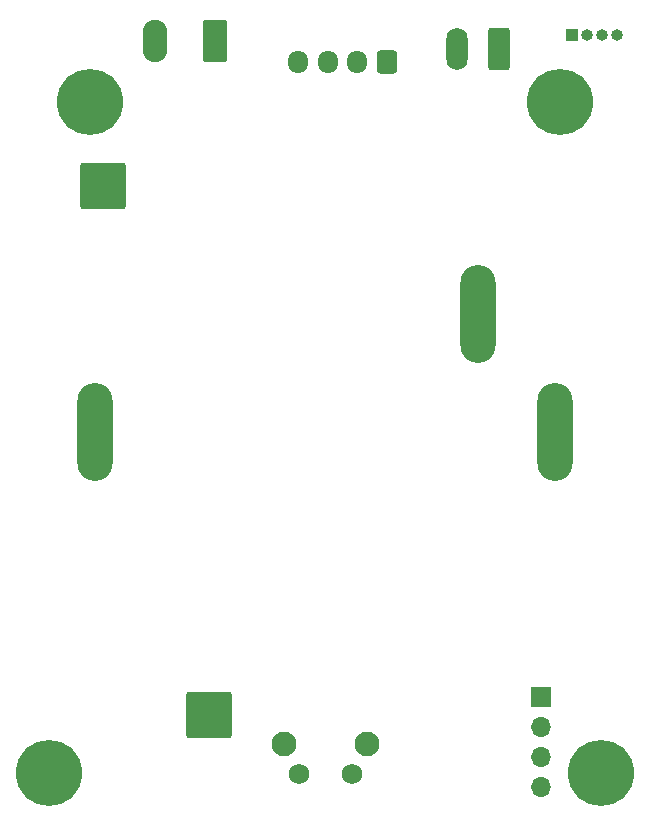
<source format=gbr>
%TF.GenerationSoftware,KiCad,Pcbnew,8.0.7*%
%TF.CreationDate,2025-01-15T16:40:06+01:00*%
%TF.ProjectId,makita-ps,6d616b69-7461-42d7-9073-2e6b69636164,1*%
%TF.SameCoordinates,Original*%
%TF.FileFunction,Soldermask,Bot*%
%TF.FilePolarity,Negative*%
%FSLAX46Y46*%
G04 Gerber Fmt 4.6, Leading zero omitted, Abs format (unit mm)*
G04 Created by KiCad (PCBNEW 8.0.7) date 2025-01-15 16:40:06*
%MOMM*%
%LPD*%
G01*
G04 APERTURE LIST*
G04 Aperture macros list*
%AMRoundRect*
0 Rectangle with rounded corners*
0 $1 Rounding radius*
0 $2 $3 $4 $5 $6 $7 $8 $9 X,Y pos of 4 corners*
0 Add a 4 corners polygon primitive as box body*
4,1,4,$2,$3,$4,$5,$6,$7,$8,$9,$2,$3,0*
0 Add four circle primitives for the rounded corners*
1,1,$1+$1,$2,$3*
1,1,$1+$1,$4,$5*
1,1,$1+$1,$6,$7*
1,1,$1+$1,$8,$9*
0 Add four rect primitives between the rounded corners*
20,1,$1+$1,$2,$3,$4,$5,0*
20,1,$1+$1,$4,$5,$6,$7,0*
20,1,$1+$1,$6,$7,$8,$9,0*
20,1,$1+$1,$8,$9,$2,$3,0*%
G04 Aperture macros list end*
%ADD10RoundRect,0.250002X-1.699998X-1.699998X1.699998X-1.699998X1.699998X1.699998X-1.699998X1.699998X0*%
%ADD11RoundRect,0.249999X0.790001X1.550001X-0.790001X1.550001X-0.790001X-1.550001X0.790001X-1.550001X0*%
%ADD12O,2.080000X3.600000*%
%ADD13R,1.700000X1.700000*%
%ADD14O,1.700000X1.700000*%
%ADD15RoundRect,0.250000X0.650000X1.550000X-0.650000X1.550000X-0.650000X-1.550000X0.650000X-1.550000X0*%
%ADD16O,1.800000X3.600000*%
%ADD17RoundRect,0.250000X0.600000X0.725000X-0.600000X0.725000X-0.600000X-0.725000X0.600000X-0.725000X0*%
%ADD18O,1.700000X1.950000*%
%ADD19C,2.100000*%
%ADD20C,1.750000*%
%ADD21R,1.000000X1.000000*%
%ADD22O,1.000000X1.000000*%
%ADD23O,3.000000X8.300000*%
%ADD24C,5.600000*%
G04 APERTURE END LIST*
D10*
%TO.C,J7*%
X138437000Y-129066000D03*
%TD*%
D11*
%TO.C,J1*%
X138929000Y-72000000D03*
D12*
X133849000Y-72000000D03*
%TD*%
D13*
%TO.C,J6*%
X166504000Y-127542000D03*
D14*
X166504000Y-130082000D03*
X166504000Y-132622000D03*
X166504000Y-135162000D03*
%TD*%
D15*
%TO.C,J4*%
X162948000Y-72678000D03*
D16*
X159448000Y-72678000D03*
%TD*%
D17*
%TO.C,J3*%
X153479000Y-73750000D03*
D18*
X150979000Y-73750000D03*
X148479000Y-73750000D03*
X145979000Y-73750000D03*
%TD*%
D10*
%TO.C,J5*%
X129479000Y-84250000D03*
%TD*%
D19*
%TO.C,SW1*%
X151754000Y-131547500D03*
X144744000Y-131547500D03*
D20*
X150504000Y-134037500D03*
X146004000Y-134037500D03*
%TD*%
D21*
%TO.C,J2*%
X169189000Y-71500000D03*
D22*
X170459000Y-71500000D03*
X171729000Y-71500000D03*
X172999000Y-71500000D03*
%TD*%
D23*
%TO.C,BT1*%
X167729000Y-105075000D03*
X128729000Y-105075000D03*
D24*
X171624000Y-134000000D03*
X168144000Y-77156000D03*
X128314000Y-77156000D03*
X124834000Y-134000000D03*
D23*
X161229000Y-95075000D03*
%TD*%
M02*

</source>
